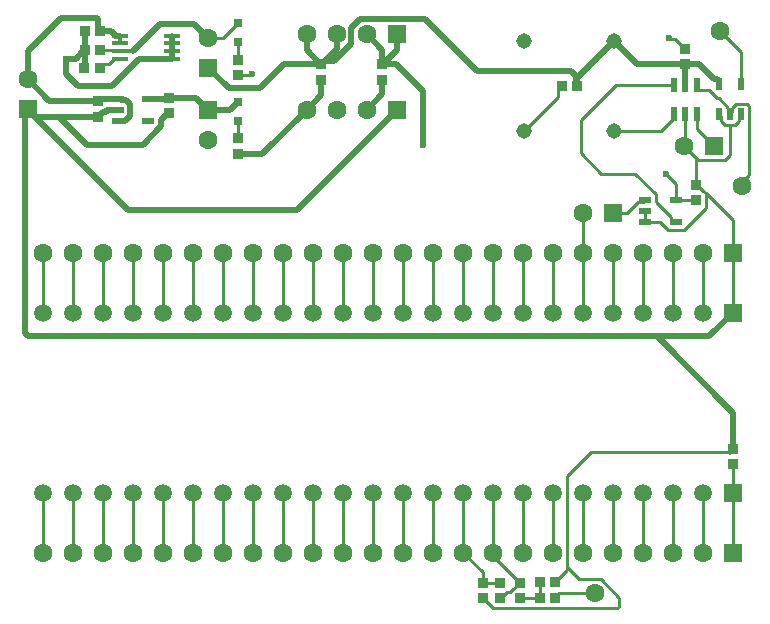
<source format=gtl>
G04*
G04 #@! TF.GenerationSoftware,Altium Limited,Altium Designer,20.1.12 (249)*
G04*
G04 Layer_Physical_Order=1*
G04 Layer_Color=255*
%FSLAX44Y44*%
%MOMM*%
G71*
G04*
G04 #@! TF.SameCoordinates,28A8639E-1F06-4054-8E9C-96101E26D361*
G04*
G04*
G04 #@! TF.FilePolarity,Positive*
G04*
G01*
G75*
%ADD13R,0.9400X0.8300*%
%ADD14R,0.8300X0.9400*%
%ADD15R,1.0500X0.6000*%
%ADD16R,0.6000X1.0500*%
%ADD17R,1.3970X0.4318*%
%ADD18R,0.6000X1.2000*%
%ADD19R,0.8000X0.8000*%
%ADD34C,0.5000*%
%ADD35C,0.3500*%
%ADD36C,0.2540*%
%ADD37C,0.5080*%
%ADD38C,1.6000*%
%ADD39R,1.6000X1.6000*%
%ADD40R,1.6000X1.6000*%
%ADD41C,1.5200*%
%ADD42R,1.5200X1.5200*%
%ADD43C,1.3100*%
%ADD44C,0.6000*%
D13*
X590685Y368600D02*
D03*
Y355400D02*
D03*
X410000Y18400D02*
D03*
Y31600D02*
D03*
X442000D02*
D03*
Y18400D02*
D03*
X425000Y31600D02*
D03*
Y18400D02*
D03*
X273250Y457400D02*
D03*
Y470600D02*
D03*
X325000Y457400D02*
D03*
Y470600D02*
D03*
X144159Y428900D02*
D03*
Y442100D02*
D03*
X84174Y426150D02*
D03*
Y439350D02*
D03*
X202750Y394581D02*
D03*
Y407781D02*
D03*
X203043Y474387D02*
D03*
Y461186D02*
D03*
X581750Y483635D02*
D03*
Y470435D02*
D03*
X622000Y144943D02*
D03*
Y131742D02*
D03*
D14*
X458400Y19000D02*
D03*
X471600D02*
D03*
Y31750D02*
D03*
X458400D02*
D03*
X73258Y482807D02*
D03*
X86459D02*
D03*
X73258Y498250D02*
D03*
X86459D02*
D03*
X73008Y467365D02*
D03*
X86208D02*
D03*
X476900Y451750D02*
D03*
X490100D02*
D03*
D15*
X547692Y355792D02*
D03*
Y346292D02*
D03*
Y336792D02*
D03*
X573692D02*
D03*
Y355792D02*
D03*
X101167Y441389D02*
D03*
Y431889D02*
D03*
Y422389D02*
D03*
X127167D02*
D03*
Y441389D02*
D03*
D16*
X610043Y428000D02*
D03*
X619543D02*
D03*
X629043D02*
D03*
Y454000D02*
D03*
X610043D02*
D03*
D17*
X102902Y494750D02*
D03*
Y488250D02*
D03*
Y481750D02*
D03*
Y475250D02*
D03*
X147098D02*
D03*
Y481750D02*
D03*
Y488250D02*
D03*
Y494750D02*
D03*
D18*
X572250Y453243D02*
D03*
X581750D02*
D03*
X591250D02*
D03*
Y428243D02*
D03*
X581750D02*
D03*
X572250D02*
D03*
D19*
X202743Y438474D02*
D03*
Y422474D02*
D03*
Y505079D02*
D03*
Y489079D02*
D03*
D34*
X325000Y470600D02*
X336900D01*
X360000Y402500D02*
Y447500D01*
X336900Y470600D02*
X360000Y447500D01*
X337350Y482400D02*
Y495750D01*
X325550Y470600D02*
X337350Y482400D01*
X325000Y470600D02*
Y482700D01*
X311950Y495750D02*
X325000Y482700D01*
X113750Y481750D02*
X136816Y504816D01*
X490100Y451750D02*
Y458900D01*
X521200Y490000D01*
X489447Y452403D02*
Y460553D01*
X405309Y465000D02*
X485000D01*
X489447Y452403D02*
X490100Y451750D01*
X485000Y465000D02*
X489447Y460553D01*
X361519Y508790D02*
X405309Y465000D01*
X306549Y508790D02*
X361519D01*
X298910Y501152D02*
X306549Y508790D01*
X298360Y498862D02*
X298910Y499412D01*
Y501152D01*
X177750Y467550D02*
X195300Y450000D01*
X221379D02*
X241979Y470600D01*
X195300Y450000D02*
X221379D01*
X31150Y426150D02*
X109800Y347500D01*
X25000Y432300D02*
X31150Y426150D01*
X252792Y347500D02*
X337350Y432058D01*
X109800Y347500D02*
X252792D01*
X521200Y490000D02*
X540765Y470435D01*
X581750D01*
X619120Y142063D02*
X622000Y144943D01*
X202750Y394581D02*
X223674D01*
X261150Y432058D01*
X51350Y426150D02*
X84174D01*
X51350D02*
X75000Y402500D01*
X31150Y426150D02*
X51350D01*
X143609Y428900D02*
X144159D01*
X138040Y423330D02*
X143609Y428900D01*
X138040Y417884D02*
Y423330D01*
X122656Y402500D02*
X138040Y417884D01*
X75000Y402500D02*
X122656D01*
X57500Y462500D02*
Y475000D01*
Y462500D02*
X67500Y452500D01*
X73133Y467490D02*
Y482132D01*
X67500Y452500D02*
X96424D01*
X119174Y475250D01*
X147098D01*
Y481750D01*
Y488250D01*
Y494750D01*
X325000Y445108D02*
Y457400D01*
X311950Y432058D02*
X325000Y445108D01*
X273250Y444158D02*
Y457400D01*
X261150Y432058D02*
X273250Y444158D01*
X557500Y240000D02*
X602100D01*
X25429D02*
X557500D01*
X622000Y144943D02*
Y175500D01*
X557500Y240000D02*
X622000Y175500D01*
X22500Y429800D02*
X25000Y432300D01*
X22500Y242929D02*
Y429800D01*
Y242929D02*
X25429Y240000D01*
X602100D02*
X622100Y260000D01*
X73133Y482132D02*
X73258Y482257D01*
X71608Y480607D02*
X73133Y482132D01*
X73258Y482257D02*
Y482807D01*
X71058Y480607D02*
X71608D01*
X65642Y475191D02*
X71058Y480607D01*
X57691Y475191D02*
X65642D01*
X57500Y475000D02*
X57691Y475191D01*
X73258Y482807D02*
Y498250D01*
X73008Y467365D02*
X73133Y467490D01*
X84174Y426150D02*
X84724D01*
X88734Y430160D01*
X90962D01*
X92191Y431389D01*
X100667D01*
X101167Y431889D01*
X610043Y454000D02*
Y456250D01*
X608313Y457980D02*
X610043Y456250D01*
X606063Y457980D02*
X608313D01*
X593608Y470435D02*
X606063Y457980D01*
X581750Y470435D02*
X593608D01*
X241979Y470600D02*
X272700D01*
X261150Y482150D02*
X272700Y470600D01*
X261150Y482150D02*
Y495750D01*
X272700Y470600D02*
X273250D01*
X286550Y483350D02*
Y495750D01*
X276680Y473480D02*
X286550Y483350D01*
X276680Y473480D02*
X283864D01*
X298360Y487976D01*
X273250Y470600D02*
X273800D01*
X276680Y473480D01*
X298360Y487976D02*
Y498862D01*
X581750Y453243D02*
Y470435D01*
X127167Y441389D02*
X143448D01*
X144159Y442100D01*
X167758D01*
X177750Y432107D01*
X196376D01*
X202743Y438474D01*
X136816Y504816D02*
X165884D01*
X177750Y492950D01*
D35*
X102902Y481750D02*
X113750D01*
X102902Y488250D02*
Y494750D01*
D36*
X624464Y437060D02*
X633621D01*
X630000Y367308D02*
Y370950D01*
X621273Y433868D02*
X624464Y437060D01*
X630000Y370950D02*
X635853Y376803D01*
X621273Y429730D02*
Y433868D01*
X635853Y376803D02*
Y434828D01*
X619543Y428000D02*
X621273Y429730D01*
X633621Y437060D02*
X635853Y434828D01*
X203043Y461186D02*
X213686D01*
X215000Y462500D01*
X481510Y121510D02*
X502063Y142063D01*
X622100Y260000D02*
Y310800D01*
X581200Y483635D02*
X581750D01*
X572997Y491838D02*
X581200Y483635D01*
X568162Y491838D02*
X572997D01*
X567500Y492500D02*
X568162Y491838D01*
X591235Y368600D02*
X596475Y363360D01*
X599195Y361128D02*
X622100Y338223D01*
X596963Y363360D02*
X599195Y361128D01*
X590685Y368600D02*
X591235D01*
X596475Y363360D02*
X596963D01*
X622100Y310800D02*
Y338223D01*
X471600Y19000D02*
Y19550D01*
X474480Y22430D01*
X504430D01*
X505000Y23000D01*
X481510Y45000D02*
Y121510D01*
Y42210D02*
Y45000D01*
X491700Y34810D02*
X509892D01*
X481510Y45000D02*
X491700Y34810D01*
X525968Y11928D02*
Y18734D01*
X509892Y34810D02*
X525968Y18734D01*
X524480Y10440D02*
X525968Y11928D01*
X418510Y10440D02*
X524480D01*
X410550Y18400D02*
X418510Y10440D01*
X410000Y18400D02*
X410550D01*
X502063Y142063D02*
X619120D01*
X471600Y32300D02*
X481510Y42210D01*
X471600Y31750D02*
Y32300D01*
X573692Y355792D02*
Y368808D01*
X565000Y377500D02*
X573692Y368808D01*
X418900Y56800D02*
Y107600D01*
X458400Y19000D02*
Y31750D01*
X442000Y18400D02*
X457800D01*
X458400Y19000D01*
X441450Y31600D02*
X442000D01*
X418900Y54150D02*
X441450Y31600D01*
X418900Y54150D02*
Y56800D01*
X425000Y18400D02*
X425550D01*
X430790Y23640D01*
X433002D01*
X435722Y26360D01*
X436210D01*
X441450Y31600D01*
X410000D02*
X425000D01*
X410000D02*
Y40300D01*
X393500Y56800D02*
X410000Y40300D01*
X445000Y413800D02*
X474020Y442820D01*
Y448870D01*
X476900Y451750D01*
X581025Y427517D02*
X581750Y428243D01*
X581025Y401975D02*
Y427517D01*
X580300Y401250D02*
X581025Y401975D01*
X619543Y418940D02*
X624121D01*
X614964D02*
X619543D01*
X590685Y390865D02*
X592110Y389440D01*
X580300Y401250D02*
X590685Y390865D01*
X619543Y393705D02*
Y418940D01*
X615278Y389440D02*
X619543Y393705D01*
X592110Y389440D02*
X615278D01*
X627313Y426270D02*
X629043Y428000D01*
X627313Y422132D02*
Y426270D01*
X624121Y418940D02*
X627313Y422132D01*
X611773D02*
X614964Y418940D01*
X611773Y422132D02*
Y426270D01*
X610043Y428000D02*
X611773Y426270D01*
X580521Y329982D02*
X599195Y348657D01*
X566864Y329982D02*
X580521D01*
X560054Y336792D02*
X566864Y329982D01*
X547692Y336792D02*
X560054D01*
X599195Y348657D02*
Y361128D01*
X547692Y336792D02*
Y346292D01*
X569712Y338522D02*
X571442Y336792D01*
X556752Y353732D02*
Y360371D01*
Y353732D02*
X569712Y340772D01*
Y338522D02*
Y340772D01*
X590685Y368600D02*
Y390865D01*
X573692Y355792D02*
X590293D01*
X590685Y355400D01*
X523243Y453243D02*
X572250D01*
X493000Y423000D02*
X523243Y453243D01*
X493000Y395000D02*
Y423000D01*
Y395000D02*
X510000Y378000D01*
X539123D01*
X571442Y336792D02*
X573692D01*
X539123Y378000D02*
X556752Y360371D01*
X572250Y425242D02*
Y428243D01*
X521200Y413800D02*
X560807D01*
X572250Y425242D01*
X520700Y344743D02*
X532510D01*
X536687Y348920D01*
Y348925D01*
X541824Y354062D01*
X545962D01*
X547692Y355792D01*
X495100Y260000D02*
Y310800D01*
X495200Y344643D02*
X495300Y344743D01*
X495200Y310900D02*
Y344643D01*
X495100Y310800D02*
X495200Y310900D01*
X591250Y450243D02*
Y453243D01*
Y450243D02*
X592980Y448513D01*
X601892D01*
X608734Y441670D01*
X610010D01*
X617813Y433868D01*
Y429730D02*
Y433868D01*
Y429730D02*
X619543Y428000D01*
X629043Y454000D02*
Y480957D01*
X611000Y499000D02*
X629043Y480957D01*
X622100Y56800D02*
Y107600D01*
X622000Y107700D02*
Y131742D01*
Y107700D02*
X622100Y107600D01*
X596700Y56800D02*
Y107600D01*
X444550Y260250D02*
Y310800D01*
X266750Y260250D02*
Y310800D01*
X241096Y260004D02*
Y310800D01*
X215950Y260250D02*
Y310800D01*
X88950Y260250D02*
Y310800D01*
X63550Y260250D02*
Y310800D01*
X38150Y260250D02*
Y310800D01*
X571296Y56800D02*
Y107596D01*
X545896Y56800D02*
Y107596D01*
X495350Y56800D02*
Y107350D01*
X469696Y56800D02*
Y107596D01*
X342696Y56800D02*
Y107596D01*
X291896Y56800D02*
Y107596D01*
X241350Y56800D02*
Y107350D01*
X215696Y56800D02*
Y107596D01*
X190296Y56800D02*
Y107596D01*
X139496Y56800D02*
Y107596D01*
X88696Y56800D02*
Y107596D01*
X571296Y56800D02*
X571300D01*
X571296Y107596D02*
X571300Y107600D01*
X545896Y56800D02*
X545900D01*
X545896Y107596D02*
X545900Y107600D01*
X520500Y56800D02*
Y107600D01*
X495100Y56800D02*
X495350D01*
X495100Y107600D02*
X495350Y107350D01*
X469696Y56800D02*
X469700D01*
X469696Y107596D02*
X469700Y107600D01*
X444300Y56800D02*
Y107600D01*
X393500Y56800D02*
Y107600D01*
X368100Y56800D02*
Y107600D01*
X342696Y56800D02*
X342700D01*
X342696Y107596D02*
X342700Y107600D01*
X317300Y56800D02*
Y107600D01*
X291896Y56800D02*
X291900D01*
X291896Y107596D02*
X291900Y107600D01*
X266500Y56800D02*
Y107600D01*
X241100Y56800D02*
X241350D01*
X241100Y107600D02*
X241350Y107350D01*
X215696Y56800D02*
X215700D01*
X215696Y107596D02*
X215700Y107600D01*
X190296Y56800D02*
X190300D01*
X190296Y107596D02*
X190300Y107600D01*
X164900Y56800D02*
Y107600D01*
X139496Y56800D02*
X139500D01*
X139496Y107596D02*
X139500Y107600D01*
X114100Y56800D02*
Y107600D01*
X88696Y56800D02*
X88700D01*
X88696Y107596D02*
X88700Y107600D01*
X63300Y56800D02*
Y107600D01*
X37900Y56800D02*
Y107600D01*
X444300Y310800D02*
X444550D01*
X444300Y260000D02*
X444550Y260250D01*
X418900Y293868D02*
Y310800D01*
Y293868D02*
X419150Y293618D01*
Y260250D02*
Y293618D01*
X418900Y260000D02*
X419150Y260250D01*
X393500Y260000D02*
Y310800D01*
X368100Y293868D02*
Y310800D01*
Y293868D02*
X368350Y293618D01*
Y260250D02*
Y293618D01*
X368100Y260000D02*
X368350Y260250D01*
X342700Y260000D02*
Y310800D01*
X317300Y293868D02*
Y310800D01*
Y293868D02*
X317550Y293618D01*
Y260250D02*
Y293618D01*
X317300Y260000D02*
X317550Y260250D01*
X291900Y260000D02*
Y310800D01*
X266500D02*
X266750D01*
X266500Y260000D02*
X266750Y260250D01*
X241096Y310800D02*
X241100D01*
X241096Y260004D02*
X241100Y260000D01*
X215700Y310800D02*
X215950D01*
X215700Y260000D02*
X215950Y260250D01*
X190300Y293868D02*
Y310800D01*
Y293868D02*
X190550Y293618D01*
Y260250D02*
Y293618D01*
X190300Y260000D02*
X190550Y260250D01*
X164900Y260000D02*
Y310800D01*
X139500Y293868D02*
Y310800D01*
Y293868D02*
X139750Y293618D01*
Y260250D02*
Y293618D01*
X139500Y260000D02*
X139750Y260250D01*
X114100Y260000D02*
Y310800D01*
X88700D02*
X88950D01*
X88700Y260000D02*
X88950Y260250D01*
X63300Y310800D02*
X63550D01*
X63300Y260000D02*
X63550Y260250D01*
X37900Y310800D02*
X38150D01*
X37900Y260000D02*
X38150Y260250D01*
X86208Y467365D02*
Y467915D01*
X89089Y470795D01*
X93621D01*
X98076Y475250D01*
X102902D01*
X86459Y482807D02*
X93813D01*
X94339Y482281D01*
X102371D01*
X102902Y481750D01*
X177750Y492950D02*
X190613D01*
X202743Y505079D01*
Y474687D02*
X203043Y474387D01*
X202743Y474687D02*
Y489079D01*
X202750Y407781D02*
Y422467D01*
X202743Y422474D02*
X202750Y422467D01*
X591250Y415700D02*
X605700Y401250D01*
X591250Y415700D02*
Y428243D01*
X596700Y260000D02*
Y310800D01*
X571300Y260000D02*
Y310800D01*
X545900Y260000D02*
Y310800D01*
X520500Y260000D02*
Y310800D01*
X469700Y260000D02*
Y310800D01*
D37*
X101167Y422389D02*
X101627Y422849D01*
X107561D01*
X111497Y426785D01*
Y436993D01*
X108521Y439969D02*
X111497Y436993D01*
X104837Y439969D02*
X108521D01*
X103417Y441389D02*
X104837Y439969D01*
X101167Y441389D02*
X103417D01*
X86764D02*
X101167D01*
X25000Y457700D02*
X43350Y439350D01*
X84174D01*
X25000Y457700D02*
Y482000D01*
X53000Y510000D01*
X83483D01*
X84848Y508634D01*
Y499860D02*
Y508634D01*
Y499860D02*
X86459Y498250D01*
X95481D01*
X98457Y495274D01*
Y495131D02*
Y495274D01*
Y495131D02*
X98838Y494750D01*
X102902D01*
D38*
X630000Y367308D02*
D03*
X611000Y499000D02*
D03*
X505000Y23000D02*
D03*
X37900Y56800D02*
D03*
X63300D02*
D03*
X88700D02*
D03*
X114100D02*
D03*
X139500D02*
D03*
X266500D02*
D03*
X342700D02*
D03*
X368100D02*
D03*
X393500D02*
D03*
X444300D02*
D03*
X469700D02*
D03*
X520500D02*
D03*
X571300D02*
D03*
X596700D02*
D03*
X545900D02*
D03*
X495100D02*
D03*
X418900D02*
D03*
X317300D02*
D03*
X291900D02*
D03*
X241100D02*
D03*
X215700D02*
D03*
X190300D02*
D03*
X164900D02*
D03*
X25000Y457700D02*
D03*
X37900Y310800D02*
D03*
X63300D02*
D03*
X88700D02*
D03*
X114100D02*
D03*
X139500D02*
D03*
X266500D02*
D03*
X342700D02*
D03*
X368100D02*
D03*
X393500D02*
D03*
X444300D02*
D03*
X469700D02*
D03*
X520500D02*
D03*
X571300D02*
D03*
X596700D02*
D03*
X545900D02*
D03*
X495100D02*
D03*
X418900D02*
D03*
X317300D02*
D03*
X291900D02*
D03*
X241100D02*
D03*
X215700D02*
D03*
X190300D02*
D03*
X164900D02*
D03*
X495300Y344743D02*
D03*
X580300Y401250D02*
D03*
X261150Y495750D02*
D03*
X286550D02*
D03*
X311950D02*
D03*
X261150Y432058D02*
D03*
X286550D02*
D03*
X311950D02*
D03*
X177750Y406707D02*
D03*
Y492950D02*
D03*
D39*
X622100Y56800D02*
D03*
Y310800D02*
D03*
X520700Y344743D02*
D03*
X605700Y401250D02*
D03*
X337350Y495750D02*
D03*
Y432058D02*
D03*
D40*
X25000Y432300D02*
D03*
X177750Y432107D02*
D03*
Y467550D02*
D03*
D41*
X215700Y107600D02*
D03*
X241100D02*
D03*
X342700D02*
D03*
X393500D02*
D03*
X469700D02*
D03*
X571300D02*
D03*
X596700D02*
D03*
X545900D02*
D03*
X520500D02*
D03*
X495100D02*
D03*
X444300D02*
D03*
X418900D02*
D03*
X368100D02*
D03*
X317300D02*
D03*
X291900D02*
D03*
X266500D02*
D03*
X190300D02*
D03*
X164900D02*
D03*
X139500D02*
D03*
X114100D02*
D03*
X88700D02*
D03*
X63300D02*
D03*
X37900D02*
D03*
X215700Y260000D02*
D03*
X241100D02*
D03*
X342700D02*
D03*
X393500D02*
D03*
X469700D02*
D03*
X571300D02*
D03*
X596700D02*
D03*
X545900D02*
D03*
X520500D02*
D03*
X495100D02*
D03*
X444300D02*
D03*
X418900D02*
D03*
X368100D02*
D03*
X317300D02*
D03*
X291900D02*
D03*
X266500D02*
D03*
X190300D02*
D03*
X164900D02*
D03*
X139500D02*
D03*
X114100D02*
D03*
X88700D02*
D03*
X63300D02*
D03*
X37900D02*
D03*
D42*
X622100Y107600D02*
D03*
Y260000D02*
D03*
D43*
X445000Y413800D02*
D03*
X521200D02*
D03*
Y490000D02*
D03*
X445000D02*
D03*
D44*
X360000Y402500D02*
D03*
X215000Y462500D02*
D03*
X567500Y492500D02*
D03*
X565000Y377500D02*
D03*
X57500Y475000D02*
D03*
M02*

</source>
